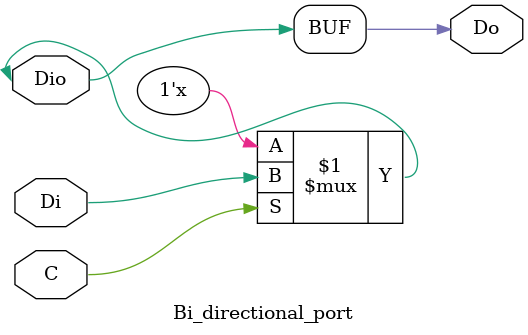
<source format=v>
`timescale 1ns / 1ps
module Bi_directional_port(
input Di,
input C,
output Do,
inout Dio //·í¿é¤J¤S·í¿é¥X(Âù¦V¿é¥X¤J)
    );
assign  Dio=(C)?Di:1'bz;
assign  Do=Dio;
endmodule

</source>
